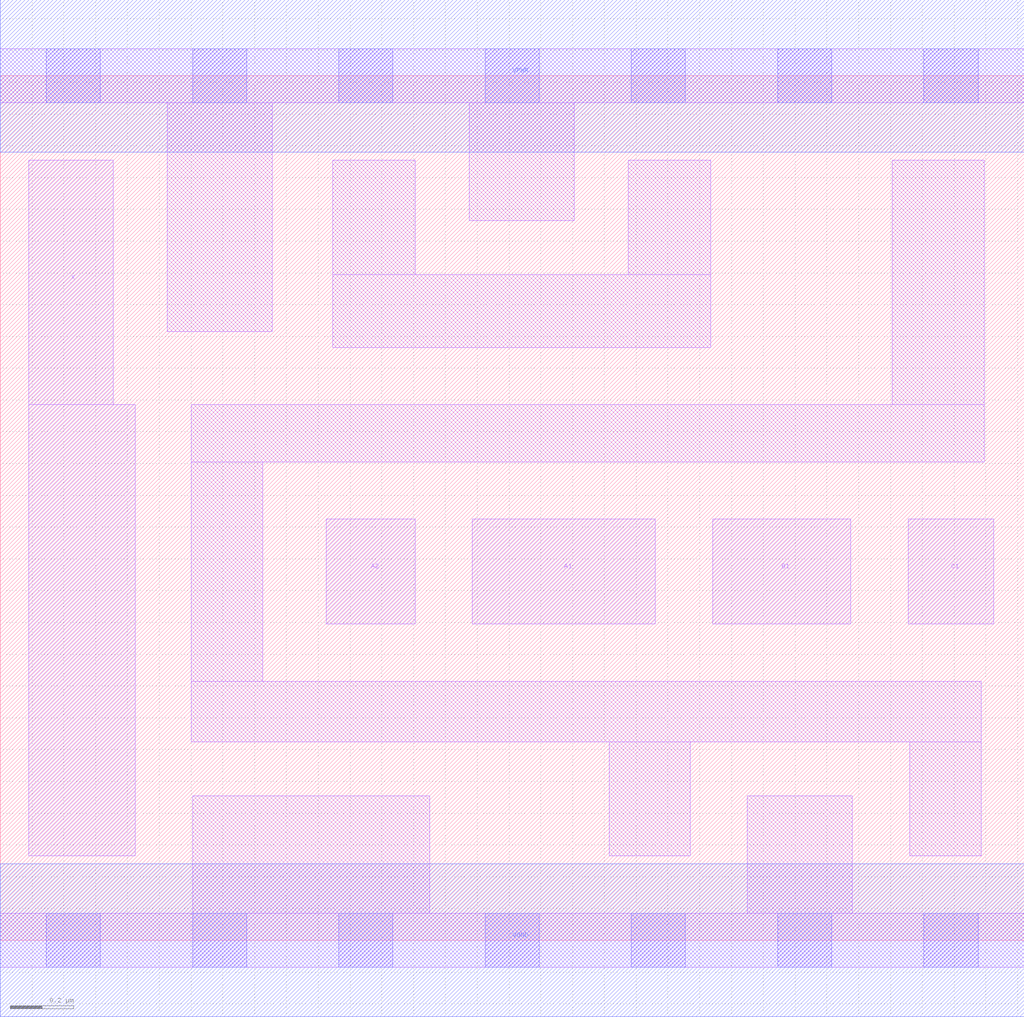
<source format=lef>
# Copyright 2020 The SkyWater PDK Authors
#
# Licensed under the Apache License, Version 2.0 (the "License");
# you may not use this file except in compliance with the License.
# You may obtain a copy of the License at
#
#     https://www.apache.org/licenses/LICENSE-2.0
#
# Unless required by applicable law or agreed to in writing, software
# distributed under the License is distributed on an "AS IS" BASIS,
# WITHOUT WARRANTIES OR CONDITIONS OF ANY KIND, either express or implied.
# See the License for the specific language governing permissions and
# limitations under the License.
#
# SPDX-License-Identifier: Apache-2.0

VERSION 5.7 ;
  NOWIREEXTENSIONATPIN ON ;
  DIVIDERCHAR "/" ;
  BUSBITCHARS "[]" ;
UNITS
  DATABASE MICRONS 200 ;
END UNITS
MACRO sky130_fd_sc_hd__a211o_1
  CLASS CORE ;
  FOREIGN sky130_fd_sc_hd__a211o_1 ;
  ORIGIN  0.000000  0.000000 ;
  SIZE  3.220000 BY  2.720000 ;
  SYMMETRY X Y R90 ;
  SITE unithd ;
  PIN A1
    ANTENNAGATEAREA  0.247500 ;
    DIRECTION INPUT ;
    USE SIGNAL ;
    PORT
      LAYER li1 ;
        RECT 1.485000 0.995000 2.060000 1.325000 ;
    END
  END A1
  PIN A2
    ANTENNAGATEAREA  0.247500 ;
    DIRECTION INPUT ;
    USE SIGNAL ;
    PORT
      LAYER li1 ;
        RECT 1.025000 0.995000 1.305000 1.325000 ;
    END
  END A2
  PIN B1
    ANTENNAGATEAREA  0.247500 ;
    DIRECTION INPUT ;
    USE SIGNAL ;
    PORT
      LAYER li1 ;
        RECT 2.240000 0.995000 2.675000 1.325000 ;
    END
  END B1
  PIN C1
    ANTENNAGATEAREA  0.247500 ;
    DIRECTION INPUT ;
    USE SIGNAL ;
    PORT
      LAYER li1 ;
        RECT 2.855000 0.995000 3.125000 1.325000 ;
    END
  END C1
  PIN X
    ANTENNADIFFAREA  0.437250 ;
    DIRECTION OUTPUT ;
    USE SIGNAL ;
    PORT
      LAYER li1 ;
        RECT 0.090000 0.265000 0.425000 1.685000 ;
        RECT 0.090000 1.685000 0.355000 2.455000 ;
    END
  END X
  PIN VGND
    DIRECTION INOUT ;
    SHAPE ABUTMENT ;
    USE GROUND ;
    PORT
      LAYER met1 ;
        RECT 0.000000 -0.240000 3.220000 0.240000 ;
    END
  END VGND
  PIN VPWR
    DIRECTION INOUT ;
    SHAPE ABUTMENT ;
    USE POWER ;
    PORT
      LAYER met1 ;
        RECT 0.000000 2.480000 3.220000 2.960000 ;
    END
  END VPWR
  OBS
    LAYER li1 ;
      RECT 0.000000 -0.085000 3.220000 0.085000 ;
      RECT 0.000000  2.635000 3.220000 2.805000 ;
      RECT 0.525000  1.915000 0.855000 2.635000 ;
      RECT 0.600000  0.625000 3.085000 0.815000 ;
      RECT 0.600000  0.815000 0.825000 1.505000 ;
      RECT 0.600000  1.505000 3.095000 1.685000 ;
      RECT 0.605000  0.085000 1.350000 0.455000 ;
      RECT 1.045000  1.865000 2.235000 2.095000 ;
      RECT 1.045000  2.095000 1.305000 2.455000 ;
      RECT 1.475000  2.265000 1.805000 2.635000 ;
      RECT 1.915000  0.265000 2.170000 0.625000 ;
      RECT 1.975000  2.095000 2.235000 2.455000 ;
      RECT 2.350000  0.085000 2.680000 0.455000 ;
      RECT 2.805000  1.685000 3.095000 2.455000 ;
      RECT 2.860000  0.265000 3.085000 0.625000 ;
    LAYER mcon ;
      RECT 0.145000 -0.085000 0.315000 0.085000 ;
      RECT 0.145000  2.635000 0.315000 2.805000 ;
      RECT 0.605000 -0.085000 0.775000 0.085000 ;
      RECT 0.605000  2.635000 0.775000 2.805000 ;
      RECT 1.065000 -0.085000 1.235000 0.085000 ;
      RECT 1.065000  2.635000 1.235000 2.805000 ;
      RECT 1.525000 -0.085000 1.695000 0.085000 ;
      RECT 1.525000  2.635000 1.695000 2.805000 ;
      RECT 1.985000 -0.085000 2.155000 0.085000 ;
      RECT 1.985000  2.635000 2.155000 2.805000 ;
      RECT 2.445000 -0.085000 2.615000 0.085000 ;
      RECT 2.445000  2.635000 2.615000 2.805000 ;
      RECT 2.905000 -0.085000 3.075000 0.085000 ;
      RECT 2.905000  2.635000 3.075000 2.805000 ;
  END
END sky130_fd_sc_hd__a211o_1
END LIBRARY

</source>
